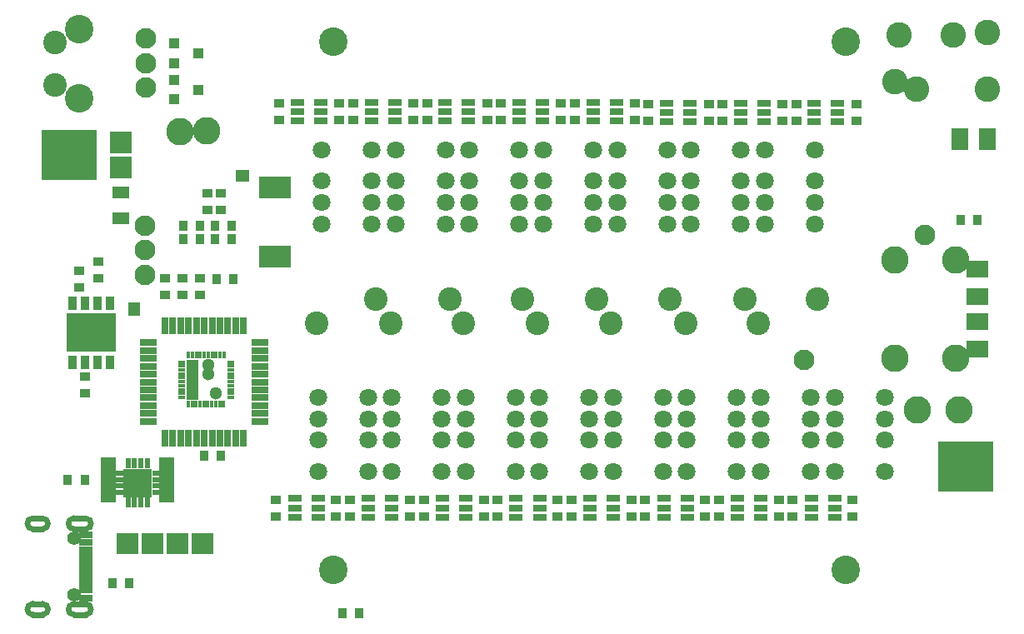
<source format=gbr>
%FSLAX34Y34*%
%MOMM*%
%LNSOLDERMASK_TOP*%
G71*
G01*
%ADD10C,1.800*%
%ADD11C,2.800*%
%ADD12C,2.100*%
%ADD13R,1.400X0.800*%
%ADD14R,1.100X0.900*%
%ADD15C,2.900*%
%ADD16C,2.400*%
%ADD17R,0.960X1.400*%
%ADD18R,2.850X2.850*%
%ADD19R,0.800X0.430*%
%ADD20R,0.430X0.800*%
%ADD21R,1.800X1.200*%
%ADD22R,0.900X1.100*%
%ADD23R,0.700X1.200*%
%ADD24R,1.200X0.700*%
%ADD25C,1.400*%
%ADD26R,1.400X0.500*%
%ADD27R,5.600X5.100*%
%ADD28C,2.900*%
%ADD29C,2.600*%
%ADD30C,2.800*%
%ADD31R,2.200X1.800*%
%ADD32R,0.750X1.700*%
%ADD33R,1.700X0.750*%
%ADD34C,1.300*%
%ADD35R,1.100X1.000*%
%ADD36R,1.300X4.100*%
%ADD37R,1.800X2.200*%
%ADD38R,3.220X2.180*%
%ADD39C,0.600*%
%ADD40R,1.000X0.550*%
%ADD41R,0.550X1.000*%
%ADD42R,1.650X0.650*%
%LPD*%
X352839Y-250641D02*
G54D10*
D03*
X302039Y-250641D02*
G54D10*
D03*
X352839Y-228641D02*
G54D10*
D03*
X302039Y-228641D02*
G54D10*
D03*
X352839Y-206641D02*
G54D10*
D03*
X302039Y-206641D02*
G54D10*
D03*
X352839Y-174641D02*
G54D10*
D03*
X302039Y-174641D02*
G54D10*
D03*
X427839Y-250641D02*
G54D10*
D03*
X377039Y-250641D02*
G54D10*
D03*
X427839Y-228641D02*
G54D10*
D03*
X377039Y-228641D02*
G54D10*
D03*
X427839Y-206641D02*
G54D10*
D03*
X377039Y-206641D02*
G54D10*
D03*
X427839Y-174641D02*
G54D10*
D03*
X377039Y-174641D02*
G54D10*
D03*
X502839Y-250641D02*
G54D10*
D03*
X452039Y-250641D02*
G54D10*
D03*
X502839Y-228641D02*
G54D10*
D03*
X452039Y-228641D02*
G54D10*
D03*
X502839Y-206641D02*
G54D10*
D03*
X452039Y-206641D02*
G54D10*
D03*
X502839Y-174641D02*
G54D10*
D03*
X452039Y-174641D02*
G54D10*
D03*
X577839Y-250641D02*
G54D10*
D03*
X527039Y-250641D02*
G54D10*
D03*
X577839Y-228641D02*
G54D10*
D03*
X527039Y-228641D02*
G54D10*
D03*
X577839Y-206641D02*
G54D10*
D03*
X527039Y-206641D02*
G54D10*
D03*
X577839Y-174641D02*
G54D10*
D03*
X527039Y-174641D02*
G54D10*
D03*
X652839Y-250641D02*
G54D10*
D03*
X602039Y-250641D02*
G54D10*
D03*
X652839Y-228641D02*
G54D10*
D03*
X602039Y-228641D02*
G54D10*
D03*
X652839Y-206641D02*
G54D10*
D03*
X602039Y-206641D02*
G54D10*
D03*
X652839Y-174641D02*
G54D10*
D03*
X602039Y-174641D02*
G54D10*
D03*
X727839Y-250641D02*
G54D10*
D03*
X677039Y-250641D02*
G54D10*
D03*
X727839Y-228641D02*
G54D10*
D03*
X677039Y-228641D02*
G54D10*
D03*
X727839Y-206641D02*
G54D10*
D03*
X677039Y-206641D02*
G54D10*
D03*
X727839Y-174641D02*
G54D10*
D03*
X677039Y-174641D02*
G54D10*
D03*
X802839Y-250641D02*
G54D10*
D03*
X752039Y-250641D02*
G54D10*
D03*
X802839Y-228641D02*
G54D10*
D03*
X752039Y-228641D02*
G54D10*
D03*
X802839Y-206641D02*
G54D10*
D03*
X752039Y-206641D02*
G54D10*
D03*
X802839Y-174641D02*
G54D10*
D03*
X752039Y-174641D02*
G54D10*
D03*
X448300Y-426000D02*
G54D10*
D03*
X499100Y-426000D02*
G54D10*
D03*
X448300Y-448000D02*
G54D10*
D03*
X499100Y-448000D02*
G54D10*
D03*
X448300Y-470000D02*
G54D10*
D03*
X499100Y-470000D02*
G54D10*
D03*
X448300Y-502000D02*
G54D10*
D03*
X499100Y-502000D02*
G54D10*
D03*
X373100Y-426000D02*
G54D10*
D03*
X423900Y-426000D02*
G54D10*
D03*
X373100Y-448000D02*
G54D10*
D03*
X423900Y-448000D02*
G54D10*
D03*
X373100Y-470000D02*
G54D10*
D03*
X423900Y-470000D02*
G54D10*
D03*
X373100Y-502000D02*
G54D10*
D03*
X423900Y-502000D02*
G54D10*
D03*
X298100Y-426000D02*
G54D10*
D03*
X348900Y-426000D02*
G54D10*
D03*
X298100Y-448000D02*
G54D10*
D03*
X348900Y-448000D02*
G54D10*
D03*
X298100Y-470000D02*
G54D10*
D03*
X348900Y-470000D02*
G54D10*
D03*
X298100Y-502000D02*
G54D10*
D03*
X348900Y-502000D02*
G54D10*
D03*
X884500Y-386500D02*
G54D11*
D03*
X946000Y-386500D02*
G54D11*
D03*
X884500Y-286500D02*
G54D11*
D03*
X946000Y-286500D02*
G54D11*
D03*
X914500Y-261500D02*
G54D12*
D03*
X822999Y-425999D02*
G54D10*
D03*
X873799Y-425999D02*
G54D10*
D03*
X822999Y-447999D02*
G54D10*
D03*
X873799Y-447999D02*
G54D10*
D03*
X822999Y-469999D02*
G54D10*
D03*
X873799Y-469999D02*
G54D10*
D03*
X822999Y-501999D02*
G54D10*
D03*
X873799Y-501999D02*
G54D10*
D03*
X673000Y-426000D02*
G54D10*
D03*
X723800Y-426000D02*
G54D10*
D03*
X673000Y-448000D02*
G54D10*
D03*
X723800Y-448000D02*
G54D10*
D03*
X673000Y-470000D02*
G54D10*
D03*
X723800Y-470000D02*
G54D10*
D03*
X673000Y-502000D02*
G54D10*
D03*
X723800Y-502000D02*
G54D10*
D03*
X598000Y-426000D02*
G54D10*
D03*
X648800Y-426000D02*
G54D10*
D03*
X598000Y-448000D02*
G54D10*
D03*
X648800Y-448000D02*
G54D10*
D03*
X598000Y-470000D02*
G54D10*
D03*
X648800Y-470000D02*
G54D10*
D03*
X598000Y-502000D02*
G54D10*
D03*
X648800Y-502000D02*
G54D10*
D03*
X523000Y-426000D02*
G54D10*
D03*
X573800Y-426000D02*
G54D10*
D03*
X523000Y-448000D02*
G54D10*
D03*
X573800Y-448000D02*
G54D10*
D03*
X523000Y-470000D02*
G54D10*
D03*
X573800Y-470000D02*
G54D10*
D03*
X523000Y-502000D02*
G54D10*
D03*
X573800Y-502000D02*
G54D10*
D03*
X748000Y-426000D02*
G54D10*
D03*
X798800Y-426000D02*
G54D10*
D03*
X748000Y-448000D02*
G54D10*
D03*
X798800Y-448000D02*
G54D10*
D03*
X748000Y-470000D02*
G54D10*
D03*
X798800Y-470000D02*
G54D10*
D03*
X748000Y-502000D02*
G54D10*
D03*
X798800Y-502000D02*
G54D10*
D03*
X823259Y-529194D02*
G54D13*
D03*
X799447Y-529194D02*
G54D13*
D03*
X823260Y-538720D02*
G54D13*
D03*
X799447Y-538719D02*
G54D13*
D03*
X823259Y-548244D02*
G54D13*
D03*
X799447Y-548244D02*
G54D13*
D03*
X780577Y-547428D02*
G54D14*
D03*
X780580Y-530430D02*
G54D14*
D03*
X841577Y-547428D02*
G54D14*
D03*
X841580Y-530430D02*
G54D14*
D03*
X748259Y-529194D02*
G54D13*
D03*
X724447Y-529194D02*
G54D13*
D03*
X748260Y-538720D02*
G54D13*
D03*
X724447Y-538719D02*
G54D13*
D03*
X748259Y-548244D02*
G54D13*
D03*
X724447Y-548244D02*
G54D13*
D03*
X705577Y-547428D02*
G54D14*
D03*
X705580Y-530430D02*
G54D14*
D03*
X766577Y-547428D02*
G54D14*
D03*
X766580Y-530430D02*
G54D14*
D03*
X673259Y-529194D02*
G54D13*
D03*
X649447Y-529194D02*
G54D13*
D03*
X673260Y-538720D02*
G54D13*
D03*
X649447Y-538719D02*
G54D13*
D03*
X673259Y-548244D02*
G54D13*
D03*
X649447Y-548244D02*
G54D13*
D03*
X630577Y-547428D02*
G54D14*
D03*
X630580Y-530430D02*
G54D14*
D03*
X691577Y-547428D02*
G54D14*
D03*
X691580Y-530430D02*
G54D14*
D03*
X598259Y-529194D02*
G54D13*
D03*
X574447Y-529194D02*
G54D13*
D03*
X598260Y-538720D02*
G54D13*
D03*
X574447Y-538719D02*
G54D13*
D03*
X598259Y-548244D02*
G54D13*
D03*
X574447Y-548244D02*
G54D13*
D03*
X555577Y-547428D02*
G54D14*
D03*
X555580Y-530430D02*
G54D14*
D03*
X616577Y-547428D02*
G54D14*
D03*
X616580Y-530430D02*
G54D14*
D03*
X523259Y-529194D02*
G54D13*
D03*
X499447Y-529194D02*
G54D13*
D03*
X523260Y-538720D02*
G54D13*
D03*
X499447Y-538719D02*
G54D13*
D03*
X523259Y-548244D02*
G54D13*
D03*
X499447Y-548244D02*
G54D13*
D03*
X480577Y-547428D02*
G54D14*
D03*
X480580Y-530430D02*
G54D14*
D03*
X541577Y-547428D02*
G54D14*
D03*
X541580Y-530430D02*
G54D14*
D03*
X448259Y-529194D02*
G54D13*
D03*
X424447Y-529194D02*
G54D13*
D03*
X448260Y-538720D02*
G54D13*
D03*
X424447Y-538719D02*
G54D13*
D03*
X448259Y-548244D02*
G54D13*
D03*
X424447Y-548244D02*
G54D13*
D03*
X405577Y-547428D02*
G54D14*
D03*
X405580Y-530430D02*
G54D14*
D03*
X466577Y-547428D02*
G54D14*
D03*
X466580Y-530430D02*
G54D14*
D03*
X373259Y-529194D02*
G54D13*
D03*
X349447Y-529194D02*
G54D13*
D03*
X373260Y-538720D02*
G54D13*
D03*
X349447Y-538719D02*
G54D13*
D03*
X373259Y-548244D02*
G54D13*
D03*
X349447Y-548244D02*
G54D13*
D03*
X330577Y-547428D02*
G54D14*
D03*
X330580Y-530430D02*
G54D14*
D03*
X391577Y-547428D02*
G54D14*
D03*
X391580Y-530430D02*
G54D14*
D03*
X298259Y-529194D02*
G54D13*
D03*
X274447Y-529194D02*
G54D13*
D03*
X298260Y-538717D02*
G54D13*
D03*
X274447Y-538719D02*
G54D13*
D03*
X298259Y-548244D02*
G54D13*
D03*
X274447Y-548244D02*
G54D13*
D03*
X255577Y-547428D02*
G54D14*
D03*
X255580Y-530430D02*
G54D14*
D03*
X316577Y-547428D02*
G54D14*
D03*
X316580Y-530430D02*
G54D14*
D03*
X802435Y-146190D02*
G54D13*
D03*
X826248Y-146190D02*
G54D13*
D03*
X802440Y-136660D02*
G54D13*
D03*
X826248Y-136665D02*
G54D13*
D03*
X802435Y-127140D02*
G54D13*
D03*
X826248Y-127140D02*
G54D13*
D03*
X845117Y-127956D02*
G54D14*
D03*
X845120Y-144960D02*
G54D14*
D03*
X784117Y-127956D02*
G54D14*
D03*
X784120Y-144960D02*
G54D14*
D03*
X727435Y-146190D02*
G54D13*
D03*
X751248Y-146190D02*
G54D13*
D03*
X727440Y-136660D02*
G54D13*
D03*
X751248Y-136665D02*
G54D13*
D03*
X727435Y-127140D02*
G54D13*
D03*
X751248Y-127140D02*
G54D13*
D03*
X770117Y-127956D02*
G54D14*
D03*
X770120Y-144960D02*
G54D14*
D03*
X709117Y-127956D02*
G54D14*
D03*
X709120Y-144960D02*
G54D14*
D03*
X652435Y-146190D02*
G54D13*
D03*
X676248Y-146190D02*
G54D13*
D03*
X652440Y-136660D02*
G54D13*
D03*
X676248Y-136665D02*
G54D13*
D03*
X652435Y-127140D02*
G54D13*
D03*
X676248Y-127140D02*
G54D13*
D03*
X695117Y-127956D02*
G54D14*
D03*
X695120Y-144960D02*
G54D14*
D03*
X634117Y-127956D02*
G54D14*
D03*
X634120Y-144960D02*
G54D14*
D03*
X577435Y-145490D02*
G54D13*
D03*
X601248Y-145490D02*
G54D13*
D03*
X577440Y-135960D02*
G54D13*
D03*
X601248Y-135965D02*
G54D13*
D03*
X577435Y-126440D02*
G54D13*
D03*
X601248Y-126440D02*
G54D13*
D03*
X620117Y-127756D02*
G54D14*
D03*
X620120Y-144760D02*
G54D14*
D03*
X559117Y-127256D02*
G54D14*
D03*
X559120Y-144260D02*
G54D14*
D03*
X502435Y-145590D02*
G54D13*
D03*
X526248Y-145590D02*
G54D13*
D03*
X502440Y-136060D02*
G54D13*
D03*
X526248Y-136065D02*
G54D13*
D03*
X502435Y-126540D02*
G54D13*
D03*
X526248Y-126540D02*
G54D13*
D03*
X545117Y-127356D02*
G54D14*
D03*
X545120Y-144360D02*
G54D14*
D03*
X484117Y-127356D02*
G54D14*
D03*
X484120Y-144360D02*
G54D14*
D03*
X427435Y-145590D02*
G54D13*
D03*
X451248Y-145590D02*
G54D13*
D03*
X427440Y-136060D02*
G54D13*
D03*
X451248Y-136065D02*
G54D13*
D03*
X427435Y-126540D02*
G54D13*
D03*
X451248Y-126540D02*
G54D13*
D03*
X470117Y-127356D02*
G54D14*
D03*
X470120Y-144360D02*
G54D14*
D03*
X409117Y-127356D02*
G54D14*
D03*
X409120Y-144360D02*
G54D14*
D03*
X352435Y-145490D02*
G54D13*
D03*
X376248Y-145490D02*
G54D13*
D03*
X352440Y-135960D02*
G54D13*
D03*
X376248Y-135965D02*
G54D13*
D03*
X352435Y-126440D02*
G54D13*
D03*
X376248Y-126440D02*
G54D13*
D03*
X395117Y-127256D02*
G54D14*
D03*
X395120Y-144260D02*
G54D14*
D03*
X334117Y-127256D02*
G54D14*
D03*
X334120Y-144260D02*
G54D14*
D03*
X277135Y-145490D02*
G54D13*
D03*
X300948Y-145490D02*
G54D13*
D03*
X277140Y-135960D02*
G54D13*
D03*
X300948Y-135965D02*
G54D13*
D03*
X277135Y-126440D02*
G54D13*
D03*
X300948Y-126440D02*
G54D13*
D03*
X319817Y-127256D02*
G54D14*
D03*
X319820Y-144260D02*
G54D14*
D03*
X258817Y-127256D02*
G54D14*
D03*
X258820Y-144260D02*
G54D14*
D03*
G36*
X144500Y-586000D02*
X144500Y-564000D01*
X166500Y-564000D01*
X166500Y-586000D01*
X144500Y-586000D01*
G37*
G36*
X141000Y-564000D02*
X141000Y-586000D01*
X119000Y-586000D01*
X119000Y-564000D01*
X141000Y-564000D01*
G37*
X55871Y-52090D02*
G54D15*
D03*
X55871Y-122090D02*
G54D15*
D03*
X30871Y-66090D02*
G54D16*
D03*
X30871Y-109091D02*
G54D16*
D03*
X48713Y-330637D02*
G54D17*
D03*
X61413Y-330637D02*
G54D17*
D03*
X74113Y-330637D02*
G54D17*
D03*
X86713Y-330637D02*
G54D17*
D03*
X48510Y-390640D02*
G54D17*
D03*
X61213Y-390637D02*
G54D17*
D03*
X73910Y-390640D02*
G54D17*
D03*
X86513Y-390637D02*
G54D17*
D03*
G36*
X42821Y-341191D02*
X92721Y-341190D01*
X92721Y-379990D01*
X42821Y-379991D01*
X42821Y-341191D01*
G37*
X121942Y-251907D02*
G54D12*
D03*
X121942Y-276907D02*
G54D12*
D03*
X121942Y-301907D02*
G54D12*
D03*
X123000Y-111500D02*
G54D12*
D03*
X123000Y-86500D02*
G54D12*
D03*
X123000Y-61500D02*
G54D12*
D03*
X114915Y-513297D02*
G54D18*
D03*
X61500Y-405000D02*
G54D14*
D03*
X61500Y-422004D02*
G54D14*
D03*
X74875Y-305267D02*
G54D14*
D03*
X74875Y-288267D02*
G54D14*
D03*
X55303Y-314395D02*
G54D14*
D03*
X55303Y-297395D02*
G54D14*
D03*
X159508Y-390507D02*
G54D19*
D03*
X159508Y-394507D02*
G54D19*
D03*
X159509Y-398507D02*
G54D19*
D03*
X159508Y-402507D02*
G54D19*
D03*
X159508Y-406507D02*
G54D19*
D03*
X159508Y-410507D02*
G54D19*
D03*
X159508Y-414507D02*
G54D19*
D03*
X159508Y-418507D02*
G54D19*
D03*
X159508Y-422507D02*
G54D19*
D03*
X159508Y-426507D02*
G54D19*
D03*
X209208Y-390507D02*
G54D19*
D03*
X209208Y-394507D02*
G54D19*
D03*
X209209Y-398507D02*
G54D19*
D03*
X209208Y-402507D02*
G54D19*
D03*
X209208Y-406507D02*
G54D19*
D03*
X209208Y-410507D02*
G54D19*
D03*
X209208Y-414507D02*
G54D19*
D03*
X209208Y-418507D02*
G54D19*
D03*
X209208Y-422507D02*
G54D19*
D03*
X209208Y-426507D02*
G54D19*
D03*
X202537Y-383562D02*
G54D20*
D03*
X198537Y-383562D02*
G54D20*
D03*
X194537Y-383562D02*
G54D20*
D03*
X190537Y-383562D02*
G54D20*
D03*
X186537Y-383562D02*
G54D20*
D03*
X182540Y-383557D02*
G54D20*
D03*
X178537Y-383562D02*
G54D20*
D03*
X174537Y-383562D02*
G54D20*
D03*
X170537Y-383562D02*
G54D20*
D03*
X166537Y-383562D02*
G54D20*
D03*
X202200Y-432994D02*
G54D20*
D03*
X198200Y-432994D02*
G54D20*
D03*
X194200Y-432994D02*
G54D20*
D03*
X190200Y-432997D02*
G54D20*
D03*
X186200Y-432994D02*
G54D20*
D03*
X182200Y-432994D02*
G54D20*
D03*
X178200Y-432994D02*
G54D20*
D03*
X174200Y-432994D02*
G54D20*
D03*
X170200Y-432994D02*
G54D20*
D03*
X166200Y-432994D02*
G54D20*
D03*
X185716Y-235856D02*
G54D14*
D03*
X185714Y-218853D02*
G54D14*
D03*
X199716Y-235856D02*
G54D14*
D03*
X199716Y-218856D02*
G54D14*
D03*
X97855Y-244257D02*
G54D21*
D03*
X97855Y-218057D02*
G54D21*
D03*
X143081Y-322253D02*
G54D14*
D03*
X143080Y-305250D02*
G54D14*
D03*
X160081Y-322253D02*
G54D14*
D03*
X160080Y-305250D02*
G54D14*
D03*
X178081Y-322253D02*
G54D14*
D03*
X178080Y-305250D02*
G54D14*
D03*
X195122Y-306212D02*
G54D22*
D03*
X212130Y-306207D02*
G54D22*
D03*
X218000Y-201000D02*
G54D23*
D03*
X111000Y-333000D02*
G54D24*
D03*
G36*
X105005Y-336502D02*
X117005Y-336502D01*
X117005Y-343502D01*
X105005Y-343502D01*
X105005Y-336502D01*
G37*
X225000Y-201000D02*
G54D23*
D03*
X296989Y-351159D02*
G54D16*
D03*
X356989Y-326159D02*
G54D16*
D03*
X371989Y-351159D02*
G54D16*
D03*
X431989Y-326159D02*
G54D16*
D03*
X445989Y-351159D02*
G54D16*
D03*
X505989Y-326159D02*
G54D16*
D03*
X520989Y-351159D02*
G54D16*
D03*
X580989Y-326159D02*
G54D16*
D03*
X595989Y-351159D02*
G54D16*
D03*
X655989Y-326159D02*
G54D16*
D03*
X671989Y-351159D02*
G54D16*
D03*
X731989Y-326159D02*
G54D16*
D03*
X745489Y-351159D02*
G54D16*
D03*
X805489Y-326159D02*
G54D16*
D03*
X50039Y-569134D02*
G54D25*
D03*
X50039Y-627134D02*
G54D25*
D03*
X62040Y-566130D02*
G54D13*
D03*
X62040Y-630130D02*
G54D13*
D03*
X62039Y-574134D02*
G54D13*
D03*
X62039Y-622134D02*
G54D13*
D03*
X62039Y-580634D02*
G54D26*
D03*
X62039Y-615634D02*
G54D26*
D03*
X62018Y-585649D02*
G54D26*
D03*
X61990Y-610664D02*
G54D26*
D03*
X61990Y-590703D02*
G54D26*
D03*
X62023Y-605641D02*
G54D26*
D03*
X61988Y-595694D02*
G54D26*
D03*
X62023Y-600716D02*
G54D26*
D03*
X956501Y-496380D02*
G54D27*
D03*
G36*
X115500Y-564000D02*
X115500Y-586000D01*
X93500Y-586000D01*
X93500Y-564000D01*
X115500Y-564000D01*
G37*
G36*
X192000Y-564000D02*
X192000Y-586000D01*
X170000Y-586000D01*
X170000Y-564000D01*
X192000Y-564000D01*
G37*
X45000Y-180000D02*
G54D27*
D03*
X792000Y-388000D02*
G54D12*
D03*
X834000Y-64500D02*
G54D28*
D03*
X834000Y-601500D02*
G54D28*
D03*
X314000Y-601500D02*
G54D28*
D03*
X314000Y-64500D02*
G54D28*
D03*
G36*
X87000Y-156000D02*
X109000Y-156000D01*
X109000Y-178000D01*
X87000Y-178000D01*
X87000Y-156000D01*
G37*
G36*
X86990Y-181390D02*
X108990Y-181390D01*
X108990Y-203390D01*
X86990Y-203390D01*
X86990Y-181390D01*
G37*
X977989Y-113546D02*
G54D29*
D03*
X943990Y-58145D02*
G54D29*
D03*
X977990Y-55485D02*
G54D29*
D03*
X905993Y-113343D02*
G54D29*
D03*
X883980Y-105364D02*
G54D29*
D03*
X193580Y-251757D02*
G54D22*
D03*
X210580Y-251750D02*
G54D22*
D03*
X193580Y-265757D02*
G54D22*
D03*
X210580Y-265750D02*
G54D22*
D03*
X161582Y-251753D02*
G54D22*
D03*
X178580Y-251757D02*
G54D22*
D03*
X161582Y-265753D02*
G54D22*
D03*
X178580Y-265757D02*
G54D22*
D03*
X157941Y-155926D02*
G54D30*
D03*
X184688Y-155733D02*
G54D30*
D03*
X888988Y-58046D02*
G54D29*
D03*
X949640Y-439490D02*
G54D11*
D03*
X907000Y-439000D02*
G54D11*
D03*
X968000Y-296000D02*
G54D31*
D03*
X968000Y-324003D02*
G54D31*
D03*
X968000Y-377500D02*
G54D31*
D03*
X967998Y-349494D02*
G54D31*
D03*
X142568Y-467760D02*
G54D32*
D03*
X142568Y-353760D02*
G54D32*
D03*
X150568Y-467760D02*
G54D32*
D03*
X150568Y-353760D02*
G54D32*
D03*
X158568Y-467760D02*
G54D32*
D03*
X158568Y-353760D02*
G54D32*
D03*
X166568Y-467760D02*
G54D32*
D03*
X166568Y-353760D02*
G54D32*
D03*
X174568Y-467760D02*
G54D32*
D03*
X174568Y-353760D02*
G54D32*
D03*
X182568Y-467760D02*
G54D32*
D03*
X182570Y-353757D02*
G54D32*
D03*
X190570Y-467757D02*
G54D32*
D03*
X190568Y-353760D02*
G54D32*
D03*
X198568Y-467760D02*
G54D32*
D03*
X198568Y-353760D02*
G54D32*
D03*
X206568Y-467760D02*
G54D32*
D03*
X206568Y-353760D02*
G54D32*
D03*
X214568Y-467760D02*
G54D32*
D03*
X214568Y-353760D02*
G54D32*
D03*
X222568Y-467760D02*
G54D32*
D03*
X222568Y-353760D02*
G54D32*
D03*
X125568Y-450760D02*
G54D33*
D03*
X239568Y-450760D02*
G54D33*
D03*
X125568Y-442760D02*
G54D33*
D03*
X239568Y-442760D02*
G54D33*
D03*
X125568Y-434760D02*
G54D33*
D03*
X239568Y-434760D02*
G54D33*
D03*
X125568Y-426760D02*
G54D33*
D03*
X239568Y-426760D02*
G54D33*
D03*
X125568Y-418760D02*
G54D33*
D03*
X239568Y-418760D02*
G54D33*
D03*
X125568Y-410760D02*
G54D33*
D03*
X239568Y-410760D02*
G54D33*
D03*
X125568Y-402760D02*
G54D33*
D03*
X239568Y-402760D02*
G54D33*
D03*
X125568Y-394760D02*
G54D33*
D03*
X239568Y-394760D02*
G54D33*
D03*
X125568Y-386760D02*
G54D33*
D03*
X239568Y-386760D02*
G54D33*
D03*
X125568Y-378760D02*
G54D33*
D03*
X239568Y-378760D02*
G54D33*
D03*
X125568Y-370760D02*
G54D33*
D03*
X239568Y-370760D02*
G54D33*
D03*
X194000Y-422500D02*
G54D34*
D03*
X186500Y-393500D02*
G54D34*
D03*
X182750Y-485250D02*
G54D22*
D03*
X199755Y-485249D02*
G54D22*
D03*
X186500Y-402500D02*
G54D34*
D03*
X152003Y-66675D02*
G54D35*
D03*
X152008Y-86677D02*
G54D35*
D03*
X176608Y-76677D02*
G54D35*
D03*
X151610Y-103587D02*
G54D35*
D03*
X151611Y-123586D02*
G54D35*
D03*
X176211Y-113586D02*
G54D35*
D03*
X323000Y-646000D02*
G54D22*
D03*
X339998Y-646003D02*
G54D22*
D03*
X170200Y-408450D02*
G54D36*
D03*
X978000Y-164000D02*
G54D37*
D03*
X949997Y-164000D02*
G54D37*
D03*
X254000Y-213000D02*
G54D38*
D03*
X254004Y-283105D02*
G54D38*
D03*
G54D39*
G75*
G01X50007Y-636158D02*
G03X50007Y-647158I0J-5500D01*
G01*
G54D39*
G75*
G01X62007Y-647158D02*
G03X62007Y-636158I0J5500D01*
G01*
G54D39*
X50007Y-636158D02*
X62007Y-636158D01*
G54D39*
X62007Y-647158D02*
X50007Y-647158D01*
G54D39*
G75*
G01X50007Y-549158D02*
G03X50007Y-560158I0J-5500D01*
G01*
G54D39*
G75*
G01X62007Y-560158D02*
G03X62007Y-549158I0J5500D01*
G01*
G54D39*
X50007Y-549158D02*
X62007Y-549158D01*
G54D39*
X62007Y-560158D02*
X50007Y-560158D01*
G54D39*
G75*
G01X8307Y-636158D02*
G03X8307Y-647158I0J-5500D01*
G01*
G54D39*
G75*
G01X18307Y-647158D02*
G03X18307Y-636158I0J5500D01*
G01*
G54D39*
X8307Y-636158D02*
X18307Y-636158D01*
G54D39*
X18307Y-647158D02*
X8307Y-647158D01*
G54D39*
G75*
G01X8307Y-549158D02*
G03X8307Y-560158I0J-5500D01*
G01*
G54D39*
G75*
G01X18307Y-560158D02*
G03X18307Y-549158I0J5500D01*
G01*
G54D39*
X8307Y-549158D02*
X18307Y-549158D01*
G54D39*
X18307Y-560158D02*
X8307Y-560158D01*
X89500Y-615500D02*
G54D22*
D03*
X106498Y-615503D02*
G54D22*
D03*
X968000Y-246000D02*
G54D22*
D03*
X951002Y-245997D02*
G54D22*
D03*
X61000Y-510000D02*
G54D22*
D03*
X43995Y-510001D02*
G54D22*
D03*
X135000Y-523000D02*
G54D40*
D03*
X95000Y-523000D02*
G54D40*
D03*
X135000Y-516500D02*
G54D40*
D03*
X95000Y-516500D02*
G54D40*
D03*
X135000Y-510000D02*
G54D40*
D03*
X95000Y-510000D02*
G54D40*
D03*
X135000Y-503500D02*
G54D40*
D03*
X95000Y-503500D02*
G54D40*
D03*
X124750Y-533250D02*
G54D41*
D03*
X124750Y-493250D02*
G54D41*
D03*
X118250Y-533250D02*
G54D41*
D03*
X118250Y-493250D02*
G54D41*
D03*
X111750Y-533250D02*
G54D41*
D03*
X111750Y-493250D02*
G54D41*
D03*
X105250Y-533250D02*
G54D41*
D03*
X105250Y-493250D02*
G54D41*
D03*
X144500Y-529500D02*
G54D42*
D03*
X85500Y-529500D02*
G54D42*
D03*
X144500Y-523000D02*
G54D42*
D03*
X85500Y-523000D02*
G54D42*
D03*
X144500Y-516500D02*
G54D42*
D03*
X85500Y-516500D02*
G54D42*
D03*
X144500Y-510000D02*
G54D42*
D03*
X85500Y-510000D02*
G54D42*
D03*
X144500Y-503500D02*
G54D42*
D03*
X85500Y-503500D02*
G54D42*
D03*
X144500Y-497000D02*
G54D42*
D03*
X85500Y-497000D02*
G54D42*
D03*
X144500Y-490500D02*
G54D42*
D03*
X85500Y-490500D02*
G54D42*
D03*
M02*

</source>
